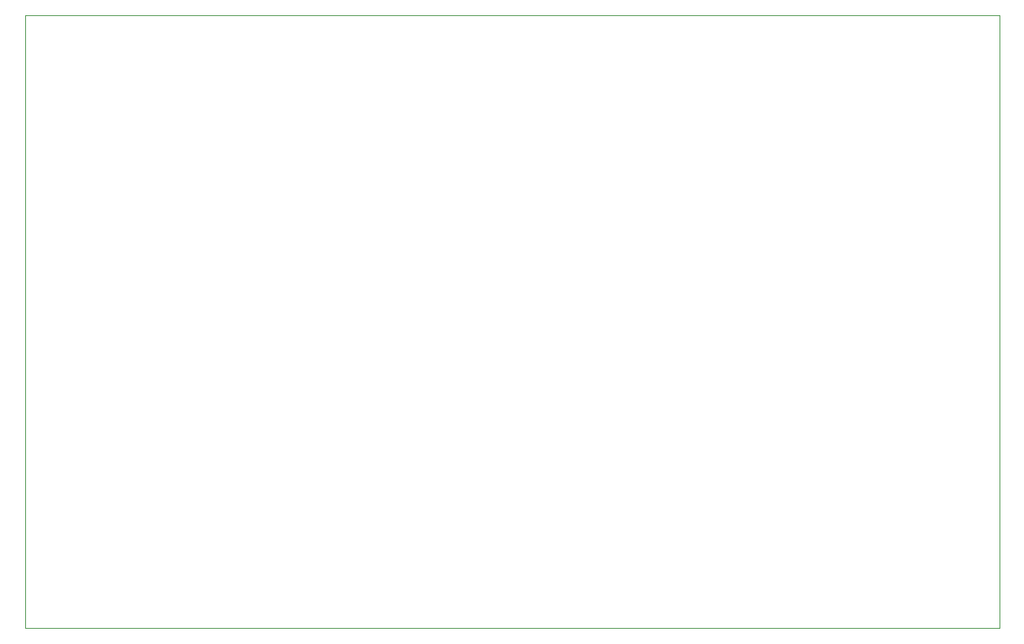
<source format=gbr>
%TF.GenerationSoftware,KiCad,Pcbnew,(6.0.5)*%
%TF.CreationDate,2022-06-18T16:03:33-04:00*%
%TF.ProjectId,TLM-18-Wrap-Up-Supervisor,544c4d2d-3138-42d5-9772-61702d55702d,A*%
%TF.SameCoordinates,Original*%
%TF.FileFunction,Profile,NP*%
%FSLAX46Y46*%
G04 Gerber Fmt 4.6, Leading zero omitted, Abs format (unit mm)*
G04 Created by KiCad (PCBNEW (6.0.5)) date 2022-06-18 16:03:33*
%MOMM*%
%LPD*%
G01*
G04 APERTURE LIST*
%TA.AperFunction,Profile*%
%ADD10C,0.100000*%
%TD*%
G04 APERTURE END LIST*
D10*
X79000000Y-71000000D02*
X187000000Y-71000000D01*
X187000000Y-71000000D02*
X187000000Y-139000000D01*
X187000000Y-139000000D02*
X79000000Y-139000000D01*
X79000000Y-139000000D02*
X79000000Y-71000000D01*
M02*

</source>
